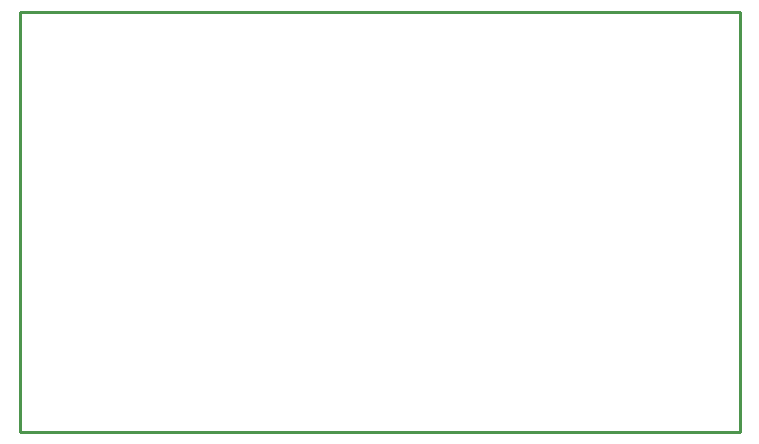
<source format=gbr>
G04 start of page 4 for group 2 idx 2 *
G04 Title: (unknown), outline *
G04 Creator: pcb 20110918 *
G04 CreationDate: Sat 15 Jun 2013 04:56:44 AM GMT UTC *
G04 For: commonadmin *
G04 Format: Gerber/RS-274X *
G04 PCB-Dimensions: 600000 500000 *
G04 PCB-Coordinate-Origin: lower left *
%MOIN*%
%FSLAX25Y25*%
%LNOUTLINE*%
%ADD26C,0.0100*%
G54D26*X0Y0D02*X240000D01*
Y140000D01*
X0D01*
Y0D01*
M02*

</source>
